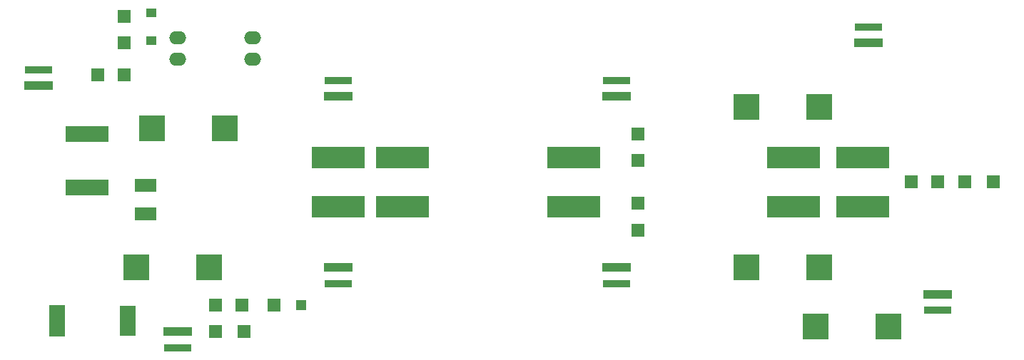
<source format=gtp>
G04 This is an RS-274x file exported by *
G04 gerbv version 2.6.1 *
G04 More information is available about gerbv at *
G04 http://gerbv.geda-project.org/ *
G04 --End of header info--*
%MOIN*%
%FSLAX34Y34*%
%IPPOS*%
G04 --Define apertures--*
%ADD10C,0.0000*%
%ADD11C,0.0050*%
%ADD12C,0.0060*%
%ADD13C,0.0073*%
%ADD14C,0.0080*%
%ADD15C,0.0098*%
%ADD16C,0.0100*%
%ADD17C,0.0120*%
%ADD18C,0.0160*%
%ADD19C,0.0200*%
%ADD20C,0.0200*%
%ADD21C,0.0240*%
%ADD22C,0.0250*%
%ADD23C,0.0300*%
%ADD24C,0.0300*%
%ADD25C,0.0340*%
%ADD26C,0.0380*%
%ADD27C,0.0394*%
%ADD28C,0.0400*%
%ADD29C,0.0400*%
%ADD30C,0.0430*%
%ADD31C,0.0434*%
%ADD32C,0.0440*%
%ADD33C,0.0450*%
%ADD34C,0.0500*%
%ADD35C,0.0500*%
%ADD36C,0.0560*%
%ADD37C,0.0580*%
%ADD38C,0.0600*%
%ADD39C,0.0630*%
%ADD40C,0.0670*%
%ADD41C,0.0750*%
%ADD42C,0.0760*%
%ADD43C,0.0790*%
%ADD44O,0.0800X0.0600*%
%ADD45C,0.0800*%
%ADD46C,0.0800*%
%ADD47C,0.0827*%
%ADD48O,0.0840X0.0640*%
%ADD49C,0.0840*%
%ADD50C,0.0870*%
%ADD51C,0.0900*%
%ADD52C,0.1100*%
%ADD53C,0.1300*%
%ADD54C,0.1500*%
%ADD55C,0.2000*%
%ADD56C,0.2040*%
%ADD57C,0.2300*%
%ADD58C,0.2500*%
%ADD59R,0.0100X0.0100*%
%ADD60R,0.0200X0.0200*%
%ADD61R,0.0300X0.0300*%
%ADD62R,0.0500X0.0400*%
%ADD63R,0.0500X0.0500*%
%ADD64R,0.0500X0.0500*%
%ADD65R,0.0540X0.0440*%
%ADD66R,0.0550X0.0350*%
%ADD67R,0.0600X0.0600*%
%ADD68R,0.0640X0.0640*%
%ADD69R,0.0700X0.0700*%
%ADD70R,0.0700X0.0700*%
%ADD71R,0.0740X0.0740*%
%ADD72R,0.0740X0.1420*%
%ADD73R,0.0750X0.1460*%
%ADD74R,0.0800X0.0800*%
%ADD75R,0.0800X0.1476*%
%ADD76R,0.0840X0.0840*%
%ADD77R,0.0840X0.1516*%
%ADD78R,0.0960X0.0540*%
%ADD79R,0.1000X0.0600*%
%ADD80R,0.1000X0.1000*%
%ADD81R,0.1040X0.0640*%
%ADD82R,0.1040X0.1040*%
%ADD83R,0.1100X0.1100*%
%ADD84R,0.1200X0.1200*%
%ADD85R,0.1200X0.1200*%
%ADD86R,0.1250X0.1250*%
%ADD87R,0.1250X0.2500*%
%ADD88R,0.1290X0.1290*%
%ADD89R,0.1290X0.1290*%
%ADD90R,0.1300X0.0360*%
%ADD91R,0.1350X0.0400*%
%ADD92R,0.1390X0.0440*%
%ADD93R,0.1500X0.1500*%
%ADD94R,0.1700X0.1700*%
%ADD95R,0.1800X0.1800*%
%ADD96R,0.2000X0.0750*%
%ADD97R,0.2000X0.0940*%
%ADD98R,0.2000X0.0950*%
%ADD99R,0.2000X0.1800*%
%ADD100R,0.2000X0.2000*%
%ADD101R,0.2000X0.2000*%
%ADD102R,0.2040X0.0790*%
%ADD103R,0.2040X0.2040*%
%ADD104R,0.2100X0.2100*%
%ADD105R,0.2200X0.2200*%
%ADD106R,0.2400X0.2400*%
%ADD107R,0.2500X0.0150*%
%ADD108R,0.2500X0.1000*%
%ADD109R,0.2500X0.2500*%
G04 --Start main section--*
G54D44*
G01X0028460Y0023820D03*
G01X0028460Y0024820D03*
G01X0024960Y0024820D03*
G01X0024960Y0023820D03*
G54D62*
G01X0023710Y0024670D03*
G01X0023710Y0025970D03*
G54D63*
G01X0029460Y0012320D03*
G01X0030710Y0012320D03*
G54D67*
G01X0061710Y0018070D03*
G01X0063060Y0018070D03*
G01X0060460Y0018070D03*
G01X0059210Y0018070D03*
G01X0046460Y0017070D03*
G01X0046460Y0015820D03*
G01X0046460Y0019070D03*
G01X0046460Y0020320D03*
G01X0021210Y0023070D03*
G01X0022460Y0023070D03*
G01X0022460Y0025820D03*
G01X0022460Y0024570D03*
G01X0029460Y0012320D03*
G01X0026710Y0012320D03*
G01X0027960Y0012320D03*
G01X0026710Y0011070D03*
G01X0028060Y0011070D03*
G54D72*
G01X0022620Y0011570D03*
G54D73*
G01X0019305Y0011570D03*
G54D78*
G01X0023460Y0016570D03*
G01X0023460Y0017920D03*
G54D79*
G01X0023460Y0017920D03*
G01X0023460Y0016570D03*
G54D84*
G01X0054910Y0014070D03*
G01X0051510Y0014070D03*
G01X0058160Y0011320D03*
G01X0054760Y0011320D03*
G01X0054910Y0021570D03*
G01X0051510Y0021570D03*
G01X0026410Y0014070D03*
G01X0023010Y0014070D03*
G01X0027160Y0020570D03*
G01X0023760Y0020570D03*
G54D90*
G01X0057210Y0024570D03*
G01X0057210Y0025320D03*
G01X0045460Y0013320D03*
G01X0045460Y0014070D03*
G01X0060460Y0012820D03*
G01X0060460Y0012070D03*
G01X0045460Y0022820D03*
G01X0045460Y0022070D03*
G01X0018460Y0022570D03*
G01X0018460Y0023320D03*
G01X0032460Y0022070D03*
G01X0032460Y0022820D03*
G01X0032460Y0014070D03*
G01X0032460Y0013320D03*
G01X0024960Y0010320D03*
G01X0024960Y0011070D03*
G54D91*
G01X0057210Y0024570D03*
G01X0045460Y0014070D03*
G01X0060460Y0012820D03*
G01X0045460Y0022070D03*
G01X0018460Y0022570D03*
G01X0032460Y0022070D03*
G01X0032460Y0014070D03*
G01X0024960Y0011070D03*
G54D96*
G01X0020710Y0017820D03*
G01X0020710Y0020320D03*
G54D108*
G01X0043460Y0019220D03*
G01X0043460Y0016920D03*
G01X0056960Y0019220D03*
G01X0056960Y0016920D03*
G01X0053710Y0019220D03*
G01X0053710Y0016920D03*
G01X0035460Y0019220D03*
G01X0035460Y0016920D03*
G01X0032460Y0019220D03*
G01X0032460Y0016920D03*
M02*

</source>
